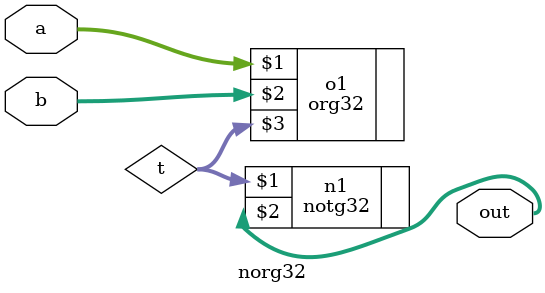
<source format=v>
`timescale 1ns / 1ps



module norg32(
   input [31:0] a,
   input [31:0] b,
   output [31:0] out
    );
    wire [31:0] t;
    org32 o1(a,b,t);
    notg32 n1(t,out);
endmodule

</source>
